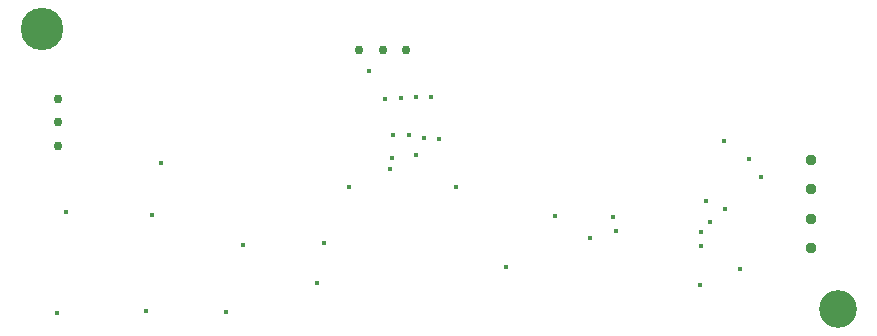
<source format=gbr>
%TF.GenerationSoftware,KiCad,Pcbnew,(6.0.7)*%
%TF.CreationDate,2023-02-23T17:40:13+01:00*%
%TF.ProjectId,freqcount,66726571-636f-4756-9e74-2e6b69636164,rev?*%
%TF.SameCoordinates,PX640f3c0PY67de938*%
%TF.FileFunction,Plated,1,2,PTH,Drill*%
%TF.FilePolarity,Positive*%
%FSLAX46Y46*%
G04 Gerber Fmt 4.6, Leading zero omitted, Abs format (unit mm)*
G04 Created by KiCad (PCBNEW (6.0.7)) date 2023-02-23 17:40:13*
%MOMM*%
%LPD*%
G01*
G04 APERTURE LIST*
%TA.AperFunction,ViaDrill*%
%ADD10C,0.400000*%
%TD*%
%TA.AperFunction,ComponentDrill*%
%ADD11C,0.750000*%
%TD*%
%TA.AperFunction,ComponentDrill*%
%ADD12C,0.950000*%
%TD*%
%TA.AperFunction,ViaDrill*%
%ADD13C,3.200000*%
%TD*%
%TA.AperFunction,ViaDrill*%
%ADD14C,3.600000*%
%TD*%
G04 APERTURE END LIST*
D10*
X4990000Y2340000D03*
X5710000Y10920000D03*
X12480000Y2510000D03*
X13000000Y10610000D03*
X13790000Y15050000D03*
X19280000Y2420000D03*
X20750000Y8080000D03*
X26950000Y4860000D03*
X27600000Y8290000D03*
X29660000Y12990000D03*
X31350000Y22790000D03*
X32760000Y20420000D03*
X33150000Y14480000D03*
X33354282Y15458404D03*
X33410000Y17410000D03*
X34070000Y20510000D03*
X34740000Y17410000D03*
X35350000Y20630000D03*
X35385451Y15739951D03*
X36030000Y17160000D03*
X36640000Y20580000D03*
X37330000Y17080000D03*
X38760000Y12970000D03*
X42970000Y6200000D03*
X47120000Y10510000D03*
X50090000Y8700000D03*
X52000000Y10460000D03*
X52260000Y9230000D03*
X59370000Y4730000D03*
X59450000Y8040000D03*
X59520000Y9210000D03*
X59894500Y11840000D03*
X60220000Y10030000D03*
X61410000Y16890000D03*
X61484101Y11154101D03*
X62830000Y6040000D03*
X63590000Y15360000D03*
X64595000Y13825000D03*
D11*
%TO.C,J1*%
X5070000Y20480000D03*
X5070000Y18480000D03*
X5070000Y16480000D03*
%TO.C,J2*%
X30540000Y24630000D03*
X32540000Y24630000D03*
X34540000Y24630000D03*
D12*
%TO.C,J3*%
X68840000Y15320000D03*
X68840000Y12820000D03*
X68840000Y10320000D03*
X68840000Y7820000D03*
%TD*%
D13*
X71060000Y2660000D03*
D14*
X3710000Y26390000D03*
M02*

</source>
